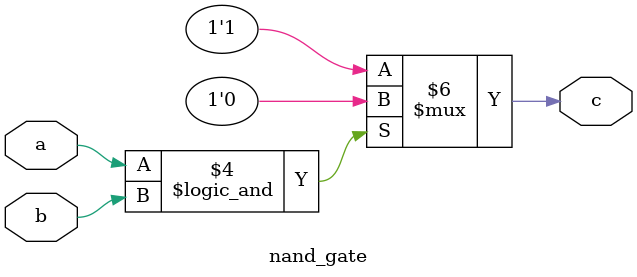
<source format=v>
module nand_gate (
    input a,b, output reg c
);
    always @(*) begin
        if (a==1'b1 && b==1'b1) begin
            c=1'b0;
        end else begin
            c=1'b1;
        end
    end
endmodule

//  output is zero when both input is 1;
</source>
